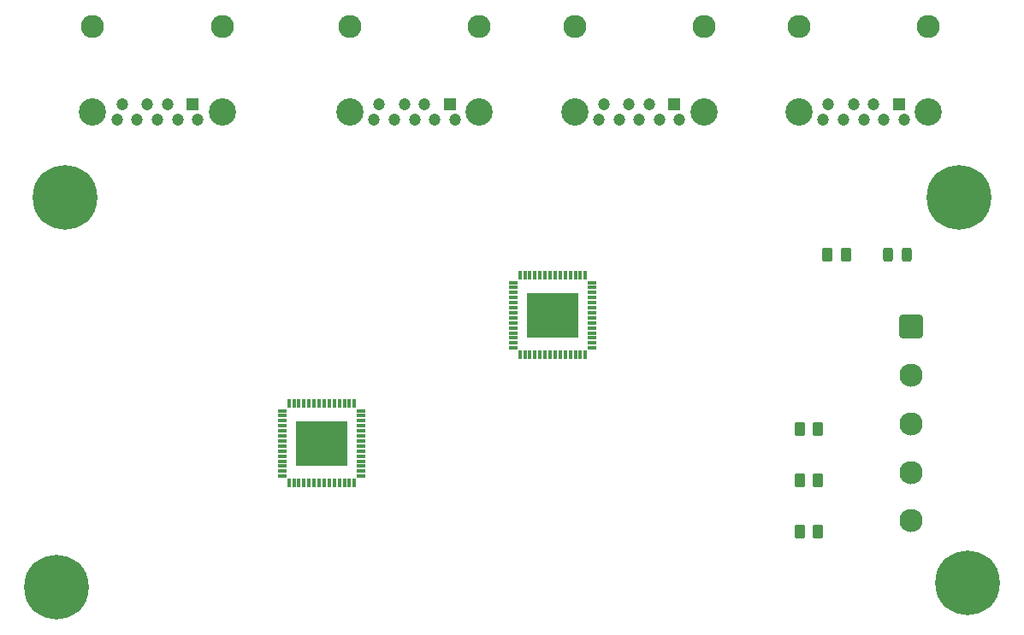
<source format=gbr>
%TF.GenerationSoftware,KiCad,Pcbnew,7.0.2*%
%TF.CreationDate,2023-08-08T23:25:05-03:00*%
%TF.ProjectId,USB Switch,55534220-5377-4697-9463-682e6b696361,rev?*%
%TF.SameCoordinates,Original*%
%TF.FileFunction,Soldermask,Top*%
%TF.FilePolarity,Negative*%
%FSLAX46Y46*%
G04 Gerber Fmt 4.6, Leading zero omitted, Abs format (unit mm)*
G04 Created by KiCad (PCBNEW 7.0.2) date 2023-08-08 23:25:05*
%MOMM*%
%LPD*%
G01*
G04 APERTURE LIST*
G04 Aperture macros list*
%AMRoundRect*
0 Rectangle with rounded corners*
0 $1 Rounding radius*
0 $2 $3 $4 $5 $6 $7 $8 $9 X,Y pos of 4 corners*
0 Add a 4 corners polygon primitive as box body*
4,1,4,$2,$3,$4,$5,$6,$7,$8,$9,$2,$3,0*
0 Add four circle primitives for the rounded corners*
1,1,$1+$1,$2,$3*
1,1,$1+$1,$4,$5*
1,1,$1+$1,$6,$7*
1,1,$1+$1,$8,$9*
0 Add four rect primitives between the rounded corners*
20,1,$1+$1,$2,$3,$4,$5,0*
20,1,$1+$1,$4,$5,$6,$7,0*
20,1,$1+$1,$6,$7,$8,$9,0*
20,1,$1+$1,$8,$9,$2,$3,0*%
G04 Aperture macros list end*
%ADD10R,1.200000X1.200000*%
%ADD11C,1.200000*%
%ADD12C,2.700000*%
%ADD13C,2.280000*%
%ADD14RoundRect,0.250000X0.262500X0.450000X-0.262500X0.450000X-0.262500X-0.450000X0.262500X-0.450000X0*%
%ADD15RoundRect,0.250000X-0.262500X-0.450000X0.262500X-0.450000X0.262500X0.450000X-0.262500X0.450000X0*%
%ADD16RoundRect,0.008100X-0.421900X-0.126900X0.421900X-0.126900X0.421900X0.126900X-0.421900X0.126900X0*%
%ADD17RoundRect,0.008100X0.126900X-0.421900X0.126900X0.421900X-0.126900X0.421900X-0.126900X-0.421900X0*%
%ADD18R,5.200000X4.500000*%
%ADD19C,0.800000*%
%ADD20C,6.400000*%
%ADD21RoundRect,0.250001X-0.899999X0.899999X-0.899999X-0.899999X0.899999X-0.899999X0.899999X0.899999X0*%
%ADD22C,2.300000*%
%ADD23RoundRect,0.243750X0.243750X0.456250X-0.243750X0.456250X-0.243750X-0.456250X0.243750X-0.456250X0*%
G04 APERTURE END LIST*
D10*
%TO.C,USB1*%
X66381087Y-82095000D03*
D11*
X63881087Y-82095000D03*
X61881087Y-82095000D03*
X59381087Y-82095000D03*
X58881087Y-83595000D03*
X60881087Y-83595000D03*
X62881087Y-83595000D03*
X64881087Y-83595000D03*
X66881087Y-83595000D03*
D12*
X69281087Y-82845000D03*
X56481087Y-82845000D03*
D13*
X69281087Y-74345000D03*
X56481087Y-74345000D03*
%TD*%
D14*
%TO.C,R3*%
X128245000Y-119380000D03*
X126420000Y-119380000D03*
%TD*%
D10*
%TO.C,USB4*%
X136281087Y-82095000D03*
D11*
X133781087Y-82095000D03*
X131781087Y-82095000D03*
X129281087Y-82095000D03*
X128781087Y-83595000D03*
X130781087Y-83595000D03*
X132781087Y-83595000D03*
X134781087Y-83595000D03*
X136781087Y-83595000D03*
D12*
X139181087Y-82845000D03*
X126381087Y-82845000D03*
D13*
X139181087Y-74345000D03*
X126381087Y-74345000D03*
%TD*%
D15*
%TO.C,R1*%
X129175000Y-97000000D03*
X131000000Y-97000000D03*
%TD*%
D10*
%TO.C,USB3*%
X114056087Y-82095000D03*
D11*
X111556087Y-82095000D03*
X109556087Y-82095000D03*
X107056087Y-82095000D03*
X106556087Y-83595000D03*
X108556087Y-83595000D03*
X110556087Y-83595000D03*
X112556087Y-83595000D03*
X114556087Y-83595000D03*
D12*
X116956087Y-82845000D03*
X104156087Y-82845000D03*
D13*
X116956087Y-74345000D03*
X104156087Y-74345000D03*
%TD*%
D16*
%TO.C,S1*%
X75198000Y-112445000D03*
X75198000Y-112945000D03*
X75198000Y-113445000D03*
X75198000Y-113945000D03*
X75198000Y-114445000D03*
X75198000Y-114945000D03*
X75198000Y-115445000D03*
X75198000Y-115945000D03*
X75198000Y-116445000D03*
X75198000Y-116945000D03*
X75198000Y-117445000D03*
X75198000Y-117945000D03*
X75198000Y-118445000D03*
X75198000Y-118945000D03*
D17*
X75883000Y-119630000D03*
X76383000Y-119630000D03*
X76883000Y-119630000D03*
X77383000Y-119630000D03*
X77883000Y-119630000D03*
X78383000Y-119630000D03*
X78883000Y-119630000D03*
X79383000Y-119630000D03*
X79883000Y-119630000D03*
X80383000Y-119630000D03*
X80883000Y-119630000D03*
X81383000Y-119630000D03*
X81883000Y-119630000D03*
X82383000Y-119630000D03*
D16*
X83068000Y-118945000D03*
X83068000Y-118445000D03*
X83068000Y-117945000D03*
X83068000Y-117445000D03*
X83068000Y-116945000D03*
X83068000Y-116445000D03*
X83068000Y-115945000D03*
X83068000Y-115445000D03*
X83068000Y-114945000D03*
X83068000Y-114445000D03*
X83068000Y-113945000D03*
X83068000Y-113445000D03*
X83068000Y-112945000D03*
X83068000Y-112445000D03*
D17*
X82383000Y-111760000D03*
X81883000Y-111760000D03*
X81383000Y-111760000D03*
X80883000Y-111760000D03*
X80383000Y-111760000D03*
X79883000Y-111760000D03*
X79383000Y-111760000D03*
X78883000Y-111760000D03*
X78383000Y-111760000D03*
X77883000Y-111760000D03*
X77383000Y-111760000D03*
X76883000Y-111760000D03*
X76383000Y-111760000D03*
X75883000Y-111760000D03*
D18*
X79133000Y-115695000D03*
%TD*%
D19*
%TO.C,REF\u002A\u002A*%
X51367056Y-91300000D03*
X52070000Y-89602944D03*
X52070000Y-92997056D03*
X53767056Y-88900000D03*
D20*
X53767056Y-91300000D03*
D19*
X53767056Y-93700000D03*
X55464112Y-89602944D03*
X55464112Y-92997056D03*
X56167056Y-91300000D03*
%TD*%
D21*
%TO.C,J1*%
X137492500Y-104140000D03*
D22*
X137492500Y-108940000D03*
X137492500Y-113740000D03*
X137492500Y-118540000D03*
X137492500Y-123340000D03*
%TD*%
D19*
%TO.C,REF\u002A\u002A*%
X139840000Y-91300000D03*
X140542944Y-89602944D03*
X140542944Y-92997056D03*
X142240000Y-88900000D03*
D20*
X142240000Y-91300000D03*
D19*
X142240000Y-93700000D03*
X143937056Y-89602944D03*
X143937056Y-92997056D03*
X144640000Y-91300000D03*
%TD*%
D14*
%TO.C,R4*%
X128245000Y-124460000D03*
X126420000Y-124460000D03*
%TD*%
D16*
%TO.C,S2*%
X98058000Y-99745000D03*
X98058000Y-100245000D03*
X98058000Y-100745000D03*
X98058000Y-101245000D03*
X98058000Y-101745000D03*
X98058000Y-102245000D03*
X98058000Y-102745000D03*
X98058000Y-103245000D03*
X98058000Y-103745000D03*
X98058000Y-104245000D03*
X98058000Y-104745000D03*
X98058000Y-105245000D03*
X98058000Y-105745000D03*
X98058000Y-106245000D03*
D17*
X98743000Y-106930000D03*
X99243000Y-106930000D03*
X99743000Y-106930000D03*
X100243000Y-106930000D03*
X100743000Y-106930000D03*
X101243000Y-106930000D03*
X101743000Y-106930000D03*
X102243000Y-106930000D03*
X102743000Y-106930000D03*
X103243000Y-106930000D03*
X103743000Y-106930000D03*
X104243000Y-106930000D03*
X104743000Y-106930000D03*
X105243000Y-106930000D03*
D16*
X105928000Y-106245000D03*
X105928000Y-105745000D03*
X105928000Y-105245000D03*
X105928000Y-104745000D03*
X105928000Y-104245000D03*
X105928000Y-103745000D03*
X105928000Y-103245000D03*
X105928000Y-102745000D03*
X105928000Y-102245000D03*
X105928000Y-101745000D03*
X105928000Y-101245000D03*
X105928000Y-100745000D03*
X105928000Y-100245000D03*
X105928000Y-99745000D03*
D17*
X105243000Y-99060000D03*
X104743000Y-99060000D03*
X104243000Y-99060000D03*
X103743000Y-99060000D03*
X103243000Y-99060000D03*
X102743000Y-99060000D03*
X102243000Y-99060000D03*
X101743000Y-99060000D03*
X101243000Y-99060000D03*
X100743000Y-99060000D03*
X100243000Y-99060000D03*
X99743000Y-99060000D03*
X99243000Y-99060000D03*
X98743000Y-99060000D03*
D18*
X101993000Y-102995000D03*
%TD*%
D23*
%TO.C,D1*%
X137042500Y-97000000D03*
X135167500Y-97000000D03*
%TD*%
D19*
%TO.C,REF\u002A\u002A*%
X50512944Y-129967056D03*
X51215888Y-128270000D03*
X51215888Y-131664112D03*
X52912944Y-127567056D03*
D20*
X52912944Y-129967056D03*
D19*
X52912944Y-132367056D03*
X54610000Y-128270000D03*
X54610000Y-131664112D03*
X55312944Y-129967056D03*
%TD*%
%TO.C,REF\u002A\u002A*%
X140682944Y-129540000D03*
X141385888Y-127842944D03*
X141385888Y-131237056D03*
X143082944Y-127140000D03*
D20*
X143082944Y-129540000D03*
D19*
X143082944Y-131940000D03*
X144780000Y-127842944D03*
X144780000Y-131237056D03*
X145482944Y-129540000D03*
%TD*%
D10*
%TO.C,USB2*%
X91831087Y-82095000D03*
D11*
X89331087Y-82095000D03*
X87331087Y-82095000D03*
X84831087Y-82095000D03*
X84331087Y-83595000D03*
X86331087Y-83595000D03*
X88331087Y-83595000D03*
X90331087Y-83595000D03*
X92331087Y-83595000D03*
D12*
X94731087Y-82845000D03*
X81931087Y-82845000D03*
D13*
X94731087Y-74345000D03*
X81931087Y-74345000D03*
%TD*%
D14*
%TO.C,R2*%
X128245000Y-114300000D03*
X126420000Y-114300000D03*
%TD*%
M02*

</source>
